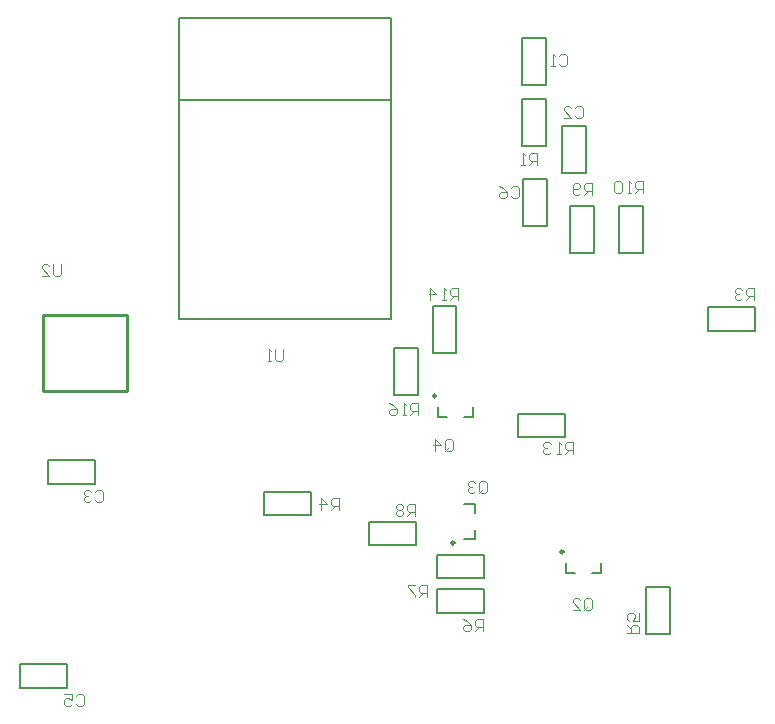
<source format=gbo>
G04 Layer_Color=32896*
%FSLAX25Y25*%
%MOIN*%
G70*
G01*
G75*
%ADD36C,0.00787*%
%ADD37C,0.01000*%
%ADD38C,0.00984*%
%ADD40C,0.00394*%
D36*
X38563Y66626D02*
X46437D01*
X38563Y82374D02*
X46437D01*
X38563Y66626D02*
Y82374D01*
X46437Y66626D02*
Y82374D01*
X-119874Y-19437D02*
Y-11563D01*
X-104126Y-19437D02*
Y-11563D01*
X-119874D02*
X-104126D01*
X-119874Y-19437D02*
X-104126D01*
X-113626Y-87437D02*
Y-79563D01*
X-129374Y-87437D02*
Y-79563D01*
Y-87437D02*
X-113626D01*
X-129374Y-79563D02*
X-113626D01*
X-47874Y-29937D02*
X-32126D01*
X-47874Y-22063D02*
X-32126D01*
Y-29937D02*
Y-22063D01*
X-47874Y-29937D02*
Y-22063D01*
X-76378Y35433D02*
Y135827D01*
Y35433D02*
X-5512D01*
Y135827D01*
X-76378D02*
X-5512D01*
X-76378Y108661D02*
X-5512D01*
X51563Y99874D02*
X59437D01*
X51563Y84126D02*
X59437D01*
Y99874D01*
X51563Y84126D02*
Y99874D01*
X38063Y113626D02*
X45937D01*
X38063Y129374D02*
X45937D01*
X38063Y113626D02*
Y129374D01*
X45937Y113626D02*
Y129374D01*
X52595Y-49256D02*
Y-45713D01*
Y-49256D02*
X55744D01*
X64406D02*
Y-45713D01*
X61256Y-49256D02*
X64406D01*
X18713Y-37905D02*
X22256D01*
Y-34756D01*
X18713Y-26094D02*
X22256D01*
Y-29244D02*
Y-26094D01*
X38063Y93126D02*
Y108874D01*
X45937Y93126D02*
Y108874D01*
X38063Y93126D02*
X45937D01*
X38063Y108874D02*
X45937D01*
X115874Y31563D02*
Y39437D01*
X100126Y31563D02*
Y39437D01*
Y31563D02*
X115874D01*
X100126Y39437D02*
X115874D01*
X52374Y-3937D02*
Y3937D01*
X36626Y-3937D02*
Y3937D01*
Y-3937D02*
X52374D01*
X36626Y3937D02*
X52374D01*
X8323Y24153D02*
X16197D01*
X8323Y39902D02*
X16197D01*
X8323Y24153D02*
Y39902D01*
X16197Y24153D02*
Y39902D01*
X79563Y-69374D02*
X87437D01*
X79563Y-53626D02*
X87437D01*
X79563Y-69374D02*
Y-53626D01*
X87437Y-69374D02*
Y-53626D01*
X9626Y-50937D02*
Y-43063D01*
X25374Y-50937D02*
Y-43063D01*
X9626D02*
X25374D01*
X9626Y-50937D02*
X25374D01*
X-12874Y-39937D02*
Y-32063D01*
X2874Y-39937D02*
Y-32063D01*
X-12874D02*
X2874D01*
X-12874Y-39937D02*
X2874D01*
X25374Y-62437D02*
Y-54563D01*
X9626Y-62437D02*
Y-54563D01*
Y-62437D02*
X25374D01*
X9626Y-54563D02*
X25374D01*
X54063Y57626D02*
X61937D01*
X54063Y73374D02*
X61937D01*
X54063Y57626D02*
Y73374D01*
X61937Y57626D02*
Y73374D01*
X70563D02*
X78437D01*
X70563Y57626D02*
X78437D01*
Y73374D01*
X70563Y57626D02*
Y73374D01*
X-4437Y10126D02*
X3437D01*
X-4437Y25874D02*
X3437D01*
X-4437Y10126D02*
Y25874D01*
X3437Y10126D02*
Y25874D01*
X10095Y2744D02*
Y6287D01*
Y2744D02*
X13244D01*
X21905D02*
Y6287D01*
X18756Y2744D02*
X21905D01*
D37*
X-121500Y37000D02*
X-93500D01*
X-121500Y11500D02*
Y37000D01*
Y11500D02*
X-93500D01*
Y37000D01*
D38*
X51906Y-42071D02*
G03*
X51906Y-42071I-492J0D01*
G01*
X15563Y-39087D02*
G03*
X15563Y-39087I-492J0D01*
G01*
X9405Y9929D02*
G03*
X9405Y9929I-492J0D01*
G01*
D40*
X34376Y79280D02*
X35032Y79936D01*
X36344D01*
X37000Y79280D01*
Y76656D01*
X36344Y76000D01*
X35032D01*
X34376Y76656D01*
X30440Y79936D02*
X31752Y79280D01*
X33064Y77968D01*
Y76656D01*
X32408Y76000D01*
X31096D01*
X30440Y76656D01*
Y77312D01*
X31096Y77968D01*
X33064D01*
X-41500Y25436D02*
Y22156D01*
X-42156Y21500D01*
X-43468D01*
X-44124Y22156D01*
Y25436D01*
X-45436Y21500D02*
X-46748D01*
X-46092D01*
Y25436D01*
X-45436Y24780D01*
X78500Y77500D02*
Y81436D01*
X76532D01*
X75876Y80780D01*
Y79468D01*
X76532Y78812D01*
X78500D01*
X77188D02*
X75876Y77500D01*
X74564D02*
X73252D01*
X73908D01*
Y81436D01*
X74564Y80780D01*
X71285D02*
X70628Y81436D01*
X69317D01*
X68661Y80780D01*
Y78156D01*
X69317Y77500D01*
X70628D01*
X71285Y78156D01*
Y80780D01*
X-23000Y-28000D02*
Y-24064D01*
X-24968D01*
X-25624Y-24720D01*
Y-26032D01*
X-24968Y-26688D01*
X-23000D01*
X-24312D02*
X-25624Y-28000D01*
X-28904D02*
Y-24064D01*
X-26936Y-26032D01*
X-29560D01*
X-110624Y-90220D02*
X-109968Y-89564D01*
X-108656D01*
X-108000Y-90220D01*
Y-92844D01*
X-108656Y-93500D01*
X-109968D01*
X-110624Y-92844D01*
X-114560Y-89564D02*
X-111936D01*
Y-91532D01*
X-113248Y-90876D01*
X-113904D01*
X-114560Y-91532D01*
Y-92844D01*
X-113904Y-93500D01*
X-112592D01*
X-111936Y-92844D01*
X-104124Y-22220D02*
X-103468Y-21564D01*
X-102156D01*
X-101500Y-22220D01*
Y-24844D01*
X-102156Y-25500D01*
X-103468D01*
X-104124Y-24844D01*
X-105436Y-22220D02*
X-106092Y-21564D01*
X-107404D01*
X-108060Y-22220D01*
Y-22876D01*
X-107404Y-23532D01*
X-106748D01*
X-107404D01*
X-108060Y-24188D01*
Y-24844D01*
X-107404Y-25500D01*
X-106092D01*
X-105436Y-24844D01*
X55876Y105780D02*
X56532Y106436D01*
X57844D01*
X58500Y105780D01*
Y103156D01*
X57844Y102500D01*
X56532D01*
X55876Y103156D01*
X51940Y102500D02*
X54564D01*
X51940Y105124D01*
Y105780D01*
X52596Y106436D01*
X53908D01*
X54564Y105780D01*
X50376Y123280D02*
X51032Y123936D01*
X52344D01*
X53000Y123280D01*
Y120656D01*
X52344Y120000D01*
X51032D01*
X50376Y120656D01*
X49064Y120000D02*
X47752D01*
X48408D01*
Y123936D01*
X49064Y123280D01*
X58876Y-60844D02*
Y-58220D01*
X59532Y-57564D01*
X60844D01*
X61500Y-58220D01*
Y-60844D01*
X60844Y-61500D01*
X59532D01*
X60188Y-60188D02*
X58876Y-61500D01*
X59532D02*
X58876Y-60844D01*
X54940Y-61500D02*
X57564D01*
X54940Y-58876D01*
Y-58220D01*
X55596Y-57564D01*
X56908D01*
X57564Y-58220D01*
X23876Y-21844D02*
Y-19220D01*
X24532Y-18564D01*
X25844D01*
X26500Y-19220D01*
Y-21844D01*
X25844Y-22500D01*
X24532D01*
X25188Y-21188D02*
X23876Y-22500D01*
X24532D02*
X23876Y-21844D01*
X22564Y-19220D02*
X21908Y-18564D01*
X20596D01*
X19940Y-19220D01*
Y-19876D01*
X20596Y-20532D01*
X21252D01*
X20596D01*
X19940Y-21188D01*
Y-21844D01*
X20596Y-22500D01*
X21908D01*
X22564Y-21844D01*
X43000Y87000D02*
Y90936D01*
X41032D01*
X40376Y90280D01*
Y88968D01*
X41032Y88312D01*
X43000D01*
X41688D02*
X40376Y87000D01*
X39064D02*
X37752D01*
X38408D01*
Y90936D01*
X39064Y90280D01*
X115500Y42000D02*
Y45936D01*
X113532D01*
X112876Y45280D01*
Y43968D01*
X113532Y43312D01*
X115500D01*
X114188D02*
X112876Y42000D01*
X111564Y45280D02*
X110908Y45936D01*
X109596D01*
X108940Y45280D01*
Y44624D01*
X109596Y43968D01*
X110252D01*
X109596D01*
X108940Y43312D01*
Y42656D01*
X109596Y42000D01*
X110908D01*
X111564Y42656D01*
X55000Y-9500D02*
Y-5564D01*
X53032D01*
X52376Y-6220D01*
Y-7532D01*
X53032Y-8188D01*
X55000D01*
X53688D02*
X52376Y-9500D01*
X51064D02*
X49752D01*
X50408D01*
Y-5564D01*
X51064Y-6220D01*
X47785D02*
X47128Y-5564D01*
X45817D01*
X45161Y-6220D01*
Y-6876D01*
X45817Y-7532D01*
X46473D01*
X45817D01*
X45161Y-8188D01*
Y-8844D01*
X45817Y-9500D01*
X47128D01*
X47785Y-8844D01*
X16760Y42028D02*
Y45963D01*
X14792D01*
X14136Y45307D01*
Y43995D01*
X14792Y43339D01*
X16760D01*
X15448D02*
X14136Y42028D01*
X12824D02*
X11512D01*
X12168D01*
Y45963D01*
X12824Y45307D01*
X7576Y42028D02*
Y45963D01*
X9544Y43995D01*
X6921D01*
X61500Y77000D02*
Y80936D01*
X59532D01*
X58876Y80280D01*
Y78968D01*
X59532Y78312D01*
X61500D01*
X60188D02*
X58876Y77000D01*
X57564Y77656D02*
X56908Y77000D01*
X55596D01*
X54940Y77656D01*
Y80280D01*
X55596Y80936D01*
X56908D01*
X57564Y80280D01*
Y79624D01*
X56908Y78968D01*
X54940D01*
X73000Y-68972D02*
X76936D01*
Y-67005D01*
X76280Y-66349D01*
X74968D01*
X74312Y-67005D01*
Y-68972D01*
Y-67660D02*
X73000Y-66349D01*
X76936Y-62413D02*
Y-65037D01*
X74968D01*
X75624Y-63725D01*
Y-63069D01*
X74968Y-62413D01*
X73656D01*
X73000Y-63069D01*
Y-64381D01*
X73656Y-65037D01*
X6500Y-57000D02*
Y-53064D01*
X4532D01*
X3876Y-53720D01*
Y-55032D01*
X4532Y-55688D01*
X6500D01*
X5188D02*
X3876Y-57000D01*
X2564Y-53064D02*
X-60D01*
Y-53720D01*
X2564Y-56344D01*
Y-57000D01*
X2500Y-30000D02*
Y-26064D01*
X532D01*
X-124Y-26720D01*
Y-28032D01*
X532Y-28688D01*
X2500D01*
X1188D02*
X-124Y-30000D01*
X-1436Y-26720D02*
X-2092Y-26064D01*
X-3404D01*
X-4060Y-26720D01*
Y-27376D01*
X-3404Y-28032D01*
X-4060Y-28688D01*
Y-29344D01*
X-3404Y-30000D01*
X-2092D01*
X-1436Y-29344D01*
Y-28688D01*
X-2092Y-28032D01*
X-1436Y-27376D01*
Y-26720D01*
X-2092Y-28032D02*
X-3404D01*
X25000Y-68500D02*
Y-64564D01*
X23032D01*
X22376Y-65220D01*
Y-66532D01*
X23032Y-67188D01*
X25000D01*
X23688D02*
X22376Y-68500D01*
X18440Y-64564D02*
X19752Y-65220D01*
X21064Y-66532D01*
Y-67844D01*
X20408Y-68500D01*
X19096D01*
X18440Y-67844D01*
Y-67188D01*
X19096Y-66532D01*
X21064D01*
X12376Y-7844D02*
Y-5220D01*
X13032Y-4564D01*
X14344D01*
X15000Y-5220D01*
Y-7844D01*
X14344Y-8500D01*
X13032D01*
X13688Y-7188D02*
X12376Y-8500D01*
X13032D02*
X12376Y-7844D01*
X9096Y-8500D02*
Y-4564D01*
X11064Y-6532D01*
X8440D01*
X3500Y3500D02*
Y7436D01*
X1532D01*
X876Y6780D01*
Y5468D01*
X1532Y4812D01*
X3500D01*
X2188D02*
X876Y3500D01*
X-436D02*
X-1748D01*
X-1092D01*
Y7436D01*
X-436Y6780D01*
X-6339Y7436D02*
X-5027Y6780D01*
X-3715Y5468D01*
Y4156D01*
X-4372Y3500D01*
X-5683D01*
X-6339Y4156D01*
Y4812D01*
X-5683Y5468D01*
X-3715D01*
X-115500Y53936D02*
Y50656D01*
X-116156Y50000D01*
X-117468D01*
X-118124Y50656D01*
Y53936D01*
X-122060Y50000D02*
X-119436D01*
X-122060Y52624D01*
Y53280D01*
X-121404Y53936D01*
X-120092D01*
X-119436Y53280D01*
M02*

</source>
